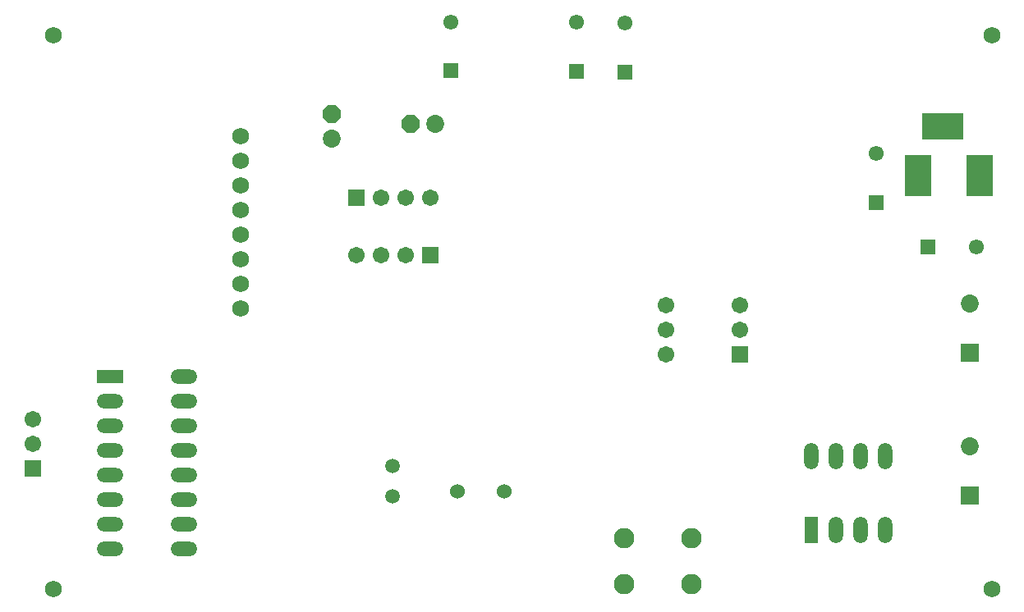
<source format=gbr>
G04*
G04 #@! TF.GenerationSoftware,Altium Limited,Altium Designer,22.4.2 (48)*
G04*
G04 Layer_Color=16711935*
%FSLAX25Y25*%
%MOIN*%
G70*
G04*
G04 #@! TF.SameCoordinates,F61A7644-D23D-4A37-B683-A49046494346*
G04*
G04*
G04 #@! TF.FilePolarity,Negative*
G04*
G01*
G75*
%ADD47C,0.07296*%
%ADD48R,0.07296X0.07296*%
%ADD49R,0.06706X0.06706*%
%ADD50C,0.06706*%
%ADD51C,0.06800*%
%ADD52C,0.06115*%
%ADD53R,0.06115X0.06115*%
%ADD54O,0.10800X0.05800*%
%ADD55R,0.10800X0.05800*%
%ADD56C,0.08300*%
%ADD57O,0.05800X0.10800*%
%ADD58R,0.05800X0.10800*%
%ADD59C,0.06000*%
%ADD60C,0.05918*%
%ADD61R,0.06706X0.06706*%
%ADD62R,0.06115X0.06115*%
%ADD63R,0.16800X0.10800*%
%ADD64R,0.10800X0.16800*%
%ADD65C,0.07300*%
%ADD66P,0.07902X8X292.5*%
%ADD67P,0.07902X8X22.5*%
D47*
X392000Y136012D02*
D03*
Y78012D02*
D03*
D48*
Y116012D02*
D03*
Y58012D02*
D03*
D49*
X298584Y115287D02*
D03*
X143169Y179180D02*
D03*
X173169Y155750D02*
D03*
D50*
X298584Y125287D02*
D03*
Y135287D02*
D03*
X268584Y115287D02*
D03*
Y125287D02*
D03*
Y135287D02*
D03*
X11669Y79180D02*
D03*
Y89180D02*
D03*
X173169Y179180D02*
D03*
X163169D02*
D03*
X153169D02*
D03*
X143169Y155750D02*
D03*
X153169D02*
D03*
X163169D02*
D03*
D51*
X96169Y204180D02*
D03*
Y194180D02*
D03*
Y184180D02*
D03*
Y174180D02*
D03*
Y164180D02*
D03*
Y154180D02*
D03*
Y144180D02*
D03*
Y134180D02*
D03*
X20000Y20012D02*
D03*
Y245012D02*
D03*
X401000Y20012D02*
D03*
Y245012D02*
D03*
D52*
X394686Y159012D02*
D03*
X252000Y249854D02*
D03*
X232501Y250197D02*
D03*
X354000Y196854D02*
D03*
X181500Y250512D02*
D03*
D53*
X375000Y159012D02*
D03*
D54*
X73116Y36209D02*
D03*
Y46209D02*
D03*
Y56209D02*
D03*
Y66209D02*
D03*
Y76209D02*
D03*
Y86209D02*
D03*
Y96209D02*
D03*
Y106209D02*
D03*
X43116Y36209D02*
D03*
Y46209D02*
D03*
Y56209D02*
D03*
Y66209D02*
D03*
Y76209D02*
D03*
Y86209D02*
D03*
Y96209D02*
D03*
D55*
Y106209D02*
D03*
D56*
X278969Y21980D02*
D03*
X251869Y40780D02*
D03*
Y21980D02*
D03*
X278969Y40780D02*
D03*
D57*
X357669Y74180D02*
D03*
X347669D02*
D03*
X337669D02*
D03*
X327669D02*
D03*
X357669Y44180D02*
D03*
X347669D02*
D03*
X337669D02*
D03*
D58*
X327669D02*
D03*
D59*
X184169Y59680D02*
D03*
X203169D02*
D03*
D60*
X157636Y57680D02*
D03*
Y69885D02*
D03*
D61*
X11669Y69180D02*
D03*
D62*
X252000Y230169D02*
D03*
X232500Y230512D02*
D03*
X354000Y177169D02*
D03*
X181500Y230827D02*
D03*
D63*
X381000Y208012D02*
D03*
D64*
X396000Y188012D02*
D03*
X371000D02*
D03*
D65*
X133000Y203012D02*
D03*
X174912Y208967D02*
D03*
D66*
X133000Y213012D02*
D03*
D67*
X164912Y208967D02*
D03*
M02*

</source>
